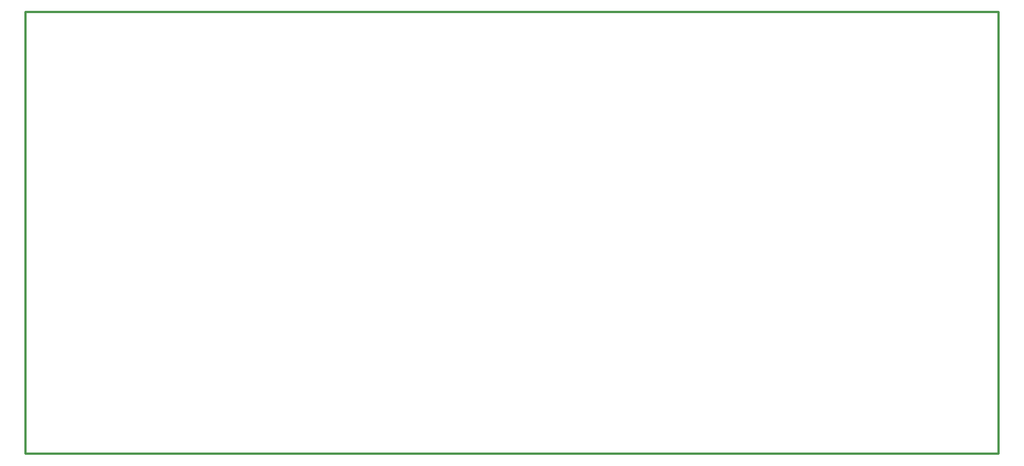
<source format=gbr>
%FSTAX23Y23*%
%MOIN*%
%SFA1B1*%

%IPPOS*%
%ADD28C,0.020000*%
%LNeurocard_vme_3u_(3.937_x_8.660_inches)-1*%
%LPD*%
G54D28*
X04Y06D02*
X1266D01*
X04Y09937D02*
X1266D01*
Y06D02*
Y09937D01*
X04Y06D02*
Y09937D01*
M02*
</source>
